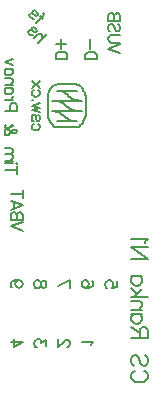
<source format=gbo>
%FSTAX23Y23*%
%MOIN*%
%SFA1B1*%

%IPPOS*%
%ADD10C,0.007870*%
%ADD74C,0.006850*%
%LNcs_ranka-1*%
%LPD*%
G54D10*
X00477Y00442D02*
Y00423D01*
X0046Y00421*
X00462Y00423*
X00464Y00429*
Y00434*
X00462Y0044*
X00458Y00444*
X00452Y00446*
X00449*
X00443Y00444*
X00439Y0044*
X00437Y00434*
Y00429*
X00439Y00423*
X00441Y00421*
X00445Y00419*
X00311Y01182D02*
X00272D01*
X00311D02*
Y01195D01*
X00309Y012*
X00306Y01204*
X00302Y01206*
X00296Y01208*
X00287*
X00281Y01206*
X00278Y01204*
X00274Y012*
X00272Y01195*
Y01182*
X00306Y01234D02*
X00272D01*
X00289Y01217D02*
Y0125D01*
X00162Y0024D02*
X00135Y00222D01*
Y0025*
X00162Y0024D02*
X00122D01*
X00229Y01338D02*
X00231Y01336D01*
X00233Y01332*
X0023Y01326*
X00208Y01304*
X0023Y01318D02*
X00221Y01328D01*
X00197Y01343D02*
X00201Y01345D01*
X00206Y01342*
X0021Y01338*
X00213Y01333*
X00212Y01329*
X00208Y01328*
X00204Y01329*
X00196Y01334*
X00192Y01336*
X00188Y01334*
X00186Y01333*
X00185Y01329*
X00188Y01324*
X00192Y0132*
X00197Y01317*
X00201Y01318*
X00566Y00144D02*
X00571Y00142D01*
X00576Y00137*
X00579Y00131*
Y00121*
X00576Y00116*
X00571Y0011*
X00566Y00108*
X00558Y00105*
X00545*
X00537Y00108*
X00532Y0011*
X00527Y00116*
X00524Y00121*
Y00131*
X00527Y00137*
X00532Y00142*
X00537Y00144*
X00571Y00197D02*
X00576Y00191D01*
X00579Y00184*
Y00173*
X00576Y00165*
X00571Y0016*
X00566*
X00561Y00163*
X00558Y00165*
X00555Y0017*
X0055Y00186*
X00548Y00191*
X00545Y00194*
X0054Y00197*
X00532*
X00527Y00191*
X00524Y00184*
Y00173*
X00527Y00165*
X00532Y0016*
X00579Y00252D02*
X00524D01*
X00579D02*
Y00276D01*
X00576Y00284*
X00574Y00286*
X00569Y00289*
X00563*
X00558Y00286*
X00555Y00284*
X00553Y00276*
Y00252*
Y00271D02*
X00524Y00289D01*
X00561Y00333D02*
X00524D01*
X00553D02*
X00558Y00328D01*
X00561Y00322*
Y00314*
X00558Y00309*
X00553Y00304*
X00545Y00301*
X0054*
X00532Y00304*
X00527Y00309*
X00524Y00314*
Y00322*
X00527Y00328*
X00532Y00333*
X00561Y00348D02*
X00524D01*
X0055D02*
X00558Y00355D01*
X00561Y00361*
Y00369*
X00558Y00374*
X0055Y00376*
X00524*
X00579Y00391D02*
X00524D01*
X00561Y00417D02*
X00534Y00391D01*
X00545Y00401D02*
X00524Y0042D01*
X00561Y0046D02*
X00524D01*
X00553D02*
X00558Y00455D01*
X00561Y00449*
Y00441*
X00558Y00436*
X00553Y00431*
X00545Y00428*
X0054*
X00532Y00431*
X00527Y00436*
X00524Y00441*
Y00449*
X00527Y00455*
X00532Y0046*
X00579Y00518D02*
X00524D01*
X00579D02*
X00524Y00555D01*
X00579D02*
X00524D01*
X00569Y0057D02*
X00571Y00575D01*
X00579Y00583*
X00524*
X0031Y00224D02*
X00312D01*
X00315Y00226*
X00317Y00228*
X00319Y00232*
Y00239*
X00317Y00243*
X00315Y00245*
X00312Y00247*
X00308*
X00304Y00245*
X00299Y00241*
X0028Y00223*
Y00249*
X00149Y00445D02*
X00143Y00443D01*
X00139Y00439*
X00137Y00434*
Y00432*
X00139Y00426*
X00143Y00422*
X00149Y0042*
X0015*
X00156Y00422*
X0016Y00426*
X00162Y00432*
Y00434*
X0016Y00439*
X00156Y00443*
X00149Y00445*
X00139*
X0013Y00443*
X00124Y00439*
X00122Y00434*
Y0043*
X00124Y00424*
X00128Y00422*
X0024Y00429D02*
X00239Y00423D01*
X00235Y00421*
X00231*
X00227Y00423*
X00225Y00427*
X00224Y00434*
X00222Y0044*
X00218Y00444*
X00214Y00446*
X00209*
X00205Y00444*
X00203Y00442*
X00201Y00436*
Y00429*
X00203Y00423*
X00205Y00421*
X00209Y00419*
X00214*
X00218Y00421*
X00222Y00425*
X00224Y00431*
X00225Y00438*
X00227Y00442*
X00231Y00444*
X00235*
X00239Y00442*
X0024Y00436*
Y00429*
X00142Y00812D02*
X00103D01*
X00142Y00799D02*
Y00825D01*
Y00833D02*
X0014Y00835D01*
X00142Y00837*
X00144Y00835*
X00142Y00833*
X00129Y00835D02*
X00103D01*
X00129Y00844D02*
X00103D01*
X00121D02*
X00127Y0085D01*
X00129Y00853*
Y00859*
X00127Y00863*
X00121Y00865*
X00103*
X00121D02*
X00127Y0087D01*
X00129Y00874*
Y0088*
X00127Y00883*
X00121Y00885*
X00103*
X00127Y00962D02*
X00125Y0096D01*
X00123Y00962*
X00125Y00964*
X00127*
X00129Y00962*
Y0096*
X00127Y00959*
X00123Y00957*
X00114Y00953*
X00108Y00949*
X00105Y00945*
X00103Y00942*
Y00936*
X00105Y0093*
X00108Y00929*
X00114*
X00118Y0093*
X00125Y00942*
X00129Y00945*
X00133Y00947*
X00136*
X0014Y00945*
X00142Y00942*
X0014Y00938*
X00136Y00936*
X00133*
X00127Y00938*
X00121Y00942*
X00108Y00951*
X00105Y00955*
X00103Y0096*
Y00962*
X00105Y00964*
X00106*
X00103Y00936D02*
X00105Y00932D01*
X00108Y0093*
X00114*
X00118Y00932*
X00121Y00936*
X00133D02*
X00129Y00938D01*
X00108Y00953*
X00105Y00957*
X00103Y0096*
X00392Y00443D02*
X00396Y00441D01*
X00398Y00435*
Y00432*
X00396Y00426*
X0039Y00422*
X00381Y0042*
X00372*
X00364Y00422*
X0036Y00426*
X00359Y00432*
Y00434*
X0036Y00439*
X00364Y00443*
X0037Y00445*
X00372*
X00377Y00443*
X00381Y00439*
X00383Y00434*
Y00432*
X00381Y00426*
X00377Y00422*
X00372Y0042*
X0041Y01182D02*
X0037D01*
X0041D02*
Y01195D01*
X00408Y012*
X00404Y01204*
X004Y01206*
X00395Y01208*
X00385*
X0038Y01206*
X00376Y01204*
X00372Y012*
X0037Y01195*
Y01182*
X00387Y01217D02*
Y0125D01*
X00214Y00968D02*
X00218Y00964D01*
X00219Y00961*
Y00955*
X00218Y00951*
X00214Y00947*
X00208Y00946*
X00204*
X00199Y00947*
X00195Y00951*
X00193Y00955*
Y00961*
X00195Y00964*
X00199Y00968*
X00214Y00997D02*
X00218Y00995D01*
X00219Y0099*
Y00984*
X00218Y00978*
X00214Y00977*
X0021Y00978*
X00208Y00982*
X00206Y00992*
X00204Y00995*
X00201Y00997*
X00199*
X00195Y00995*
X00193Y0099*
Y00984*
X00195Y00978*
X00199Y00977*
X00219Y01005D02*
X00193Y01013D01*
X00219Y0102D02*
X00193Y01013D01*
X00219Y0102D02*
X00193Y01028D01*
X00219Y01035D02*
X00193Y01028D01*
X00197Y01046D02*
X00195Y01045D01*
X00193Y01046*
X00195Y01048*
X00197Y01046*
X00214Y01079D02*
X00218Y01076D01*
X00219Y01072*
Y01066*
X00218Y01063*
X00214Y01059*
X00208Y01057*
X00204*
X00199Y01059*
X00195Y01063*
X00193Y01066*
Y01072*
X00195Y01076*
X00199Y01079*
X00219Y01088D02*
X00193Y01109D01*
X00219D02*
X00193Y01088D01*
X00487Y01202D02*
X00447Y01217D01*
X00487Y01232D02*
X00447Y01217D01*
X00487Y01238D02*
X00458D01*
X00453Y01239*
X00449Y01243*
X00447Y01249*
Y01253*
X00449Y01258*
X00453Y01262*
X00458Y01264*
X00487*
X00481Y01301D02*
X00485Y01297D01*
X00487Y01291*
Y01284*
X00485Y01278*
X00481Y01275*
X00477*
X00473Y01276*
X00472Y01278*
X0047Y01282*
X00466Y01293*
X00464Y01297*
X00462Y01299*
X00458Y01301*
X00453*
X00449Y01297*
X00447Y01291*
Y01284*
X00449Y01278*
X00453Y01275*
X00487Y0131D02*
X00447D01*
X00487D02*
Y01327D01*
X00485Y01332*
X00483Y01334*
X00479Y01336*
X00475*
X00472Y01334*
X0047Y01332*
X00468Y01327*
Y0131D02*
Y01327D01*
X00466Y01332*
X00464Y01334*
X0046Y01336*
X00455*
X00451Y01334*
X00449Y01332*
X00447Y01327*
Y0131*
X0039Y00231D02*
X00392Y00235D01*
X00398Y0024*
X00359*
X00243Y01265D02*
X00215Y01237D01*
X00228Y0125D02*
Y01258D01*
X00227Y01262*
X00223Y01266*
X00219Y01268*
X00214Y01265*
X00201Y01252*
X00193Y01288D02*
X00197Y01289D01*
X00203Y01287*
X00207Y01283*
X00209Y01277*
X00208Y01273*
X00204Y01272*
X002Y01273*
X00192Y01279*
X00188Y0128*
X00184Y01279*
X00183Y01277*
X00181Y01273*
X00184Y01268*
X00188Y01264*
X00193Y01262*
X00197Y01263*
X0024Y00226D02*
Y00247D01*
X00225Y00236*
Y00241*
X00224Y00245*
X00222Y00247*
X00216Y00249*
X00212*
X00207Y00247*
X00203Y00243*
X00201Y00238*
Y00232*
X00203Y00226*
X00205Y00224*
X00209Y00223*
X00162Y00611D02*
X00122Y00626D01*
X00162Y00641D02*
X00122Y00626D01*
X00162Y00646D02*
X00122D01*
X00162D02*
Y00663D01*
X0016Y00668*
X00158Y0067*
X00154Y00672*
X0015*
X00147Y0067*
X00145Y00668*
X00143Y00663*
Y00646D02*
Y00663D01*
X00141Y00668*
X00139Y0067*
X00135Y00672*
X0013*
X00126Y0067*
X00124Y00668*
X00122Y00663*
Y00646*
Y00711D02*
X00162Y00696D01*
X00122Y00681*
X00135Y00687D02*
Y00705D01*
X00162Y00733D02*
X00122D01*
X00162Y0072D02*
Y00746D01*
X00121Y01011D02*
Y01028D01*
X00123Y01034*
X00125Y01036*
X00129Y01038*
X00135*
X00138Y01036*
X0014Y01034*
X00142Y01028*
Y01011*
X00103*
X00129Y01046D02*
X00103D01*
X00118D02*
X00123Y01048D01*
X00127Y01052*
X00129Y01056*
Y01061*
Y01087D02*
X00103D01*
X00123D02*
X00127Y01084D01*
X00129Y0108*
Y01074*
X00127Y01071*
X00123Y01067*
X00118Y01065*
X00114*
X00108Y01067*
X00105Y01071*
X00103Y01074*
Y0108*
X00105Y01084*
X00108Y01087*
X00129Y01098D02*
X00103D01*
X00121D02*
X00127Y01104D01*
X00129Y01107*
Y01113*
X00127Y01117*
X00121Y01119*
X00103*
X00129Y01151D02*
X00103D01*
X00123D02*
X00127Y01148D01*
X00129Y01144*
Y01138*
X00127Y01134*
X00123Y01131*
X00118Y01129*
X00114*
X00108Y01131*
X00105Y01134*
X00103Y01138*
Y01144*
X00105Y01148*
X00108Y01151*
X00129Y01162D02*
X00103Y01173D01*
X00129Y01184D02*
X00103Y01173D01*
X00319Y00446D02*
X0028Y00427D01*
X00319Y00419D02*
Y00446D01*
G54D74*
X00355Y00962D02*
D01*
X00358Y00965*
X00361Y00968*
X00363Y00971*
X00365Y00975*
X00367Y00979*
X00368Y00982*
X0037Y00986*
X00371Y0099*
X00372Y00994*
X00372Y00998*
X00372Y01003*
X00372Y01004*
X00246D02*
D01*
X00246Y00999*
X00246Y00995*
X00247Y00991*
X00248Y00987*
X00249Y00983*
X00251Y0098*
X00253Y00976*
X00255Y00972*
X00257Y00969*
X0026Y00966*
X00262Y00963*
X00263Y00962*
X00307Y01027D02*
D01*
X00304Y0103*
X00301Y01032*
X00298Y01035*
X00294Y01037*
X00291Y01039*
X00287Y0104*
X00283Y01042*
X00279Y01043*
X00275Y01043*
X00271Y01044*
X00267Y01044*
X00266Y01044*
X00339Y00955D02*
D01*
X00341Y00955*
X00342Y00955*
X00344Y00956*
X00345Y00956*
X00347Y00957*
X00348Y00957*
X0035Y00958*
X00351Y00959*
X00352Y0096*
X00354Y00961*
X00355Y00962*
X00355Y00962*
X00263D02*
D01*
X00264Y00961*
X00265Y0096*
X00267Y00959*
X00268Y00958*
X0027Y00957*
X00271Y00957*
X00273Y00956*
X00274Y00956*
X00276Y00955*
X00277Y00955*
X00279Y00955*
X00279*
X00314Y01061D02*
D01*
X00317Y01058*
X0032Y01056*
X00324Y01054*
X00327Y01051*
X00331Y0105*
X00335Y01048*
X00338Y01047*
X00342Y01046*
X00346Y01045*
X0035Y01044*
X00355Y01044*
X00356Y01044*
X003Y00993D02*
D01*
X00297Y00996*
X00294Y00998*
X00291Y01001*
X00288Y01003*
X00284Y01005*
X0028Y01006*
X00276Y01007*
X00272Y01008*
X00269Y01009*
X00265Y0101*
X0026Y0101*
X00259Y0101*
X00372Y01051D02*
D01*
X00372Y01055*
X00372Y01059*
X00371Y01063*
X0037Y01067*
X00369Y01071*
X00367Y01075*
X00365Y01078*
X00363Y01082*
X00361Y01085*
X00359Y01088*
X00356Y01092*
X00355Y01092*
X00312Y01064D02*
D01*
X00309Y01066*
X00306Y01068*
X00304Y0107*
X00301Y01072*
X00298Y01074*
X00294Y01075*
X00291Y01076*
X00288Y01077*
X00284Y01078*
X00281Y01078*
X00277Y01078*
X00277Y01078*
X00307Y01027D02*
D01*
X0031Y01024*
X00314Y01022*
X00317Y01019*
X0032Y01017*
X00324Y01015*
X00328Y01014*
X00332Y01013*
X00336Y01011*
X0034Y01011*
X00344Y0101*
X00348Y0101*
X00349Y0101*
X00301Y00993D02*
D01*
X00304Y0099*
X00307Y00987*
X0031Y00985*
X00314Y00983*
X00317Y00981*
X00321Y0098*
X00325Y00978*
X00329Y00977*
X00333Y00976*
X00337Y00976*
X00341Y00976*
X00342Y00976*
X00355Y01092D02*
D01*
X00354Y01093*
X00353Y01094*
X00351Y01095*
X0035Y01096*
X00349Y01097*
X00347Y01097*
X00346Y01098*
X00344Y01098*
X00343Y01099*
X00341Y01099*
X00339Y01099*
X00339Y01099*
X00279D02*
D01*
X00278Y01099*
X00276Y01099*
X00274Y01098*
X00273Y01098*
X00271Y01098*
X0027Y01097*
X00268Y01096*
X00267Y01095*
X00266Y01095*
X00265Y01094*
X00263Y01093*
X00263Y01092*
D01*
X0026Y01089*
X00258Y01086*
X00255Y01083*
X00253Y01079*
X00251Y01075*
X0025Y01072*
X00248Y01068*
X00247Y01064*
X00247Y0106*
X00246Y01056*
X00246Y01052*
X00246Y01051*
X00259Y01044D02*
X00359D01*
X00372Y0101D02*
Y01051D01*
X00356Y01044D02*
X00359D01*
X00349D02*
X00359D01*
X00246Y0101D02*
Y01051D01*
X00259Y0101D02*
X00359D01*
X00277Y00976D02*
X00342Y00976D01*
X00277Y01078D02*
X00342D01*
X00279Y00955D02*
X00307D01*
X00372Y01004D02*
Y0101D01*
X00279Y01099D02*
X00311D01*
X00307Y00955D02*
X00339D01*
X00349Y0101D02*
X00359D01*
X00349D02*
X00359D01*
X003Y00993D02*
X00301Y00993D01*
X00246Y0101D02*
Y01004D01*
X00311Y01099D02*
X00339D01*
X00312Y01064D02*
X00314Y01061D01*
M02*
</source>
